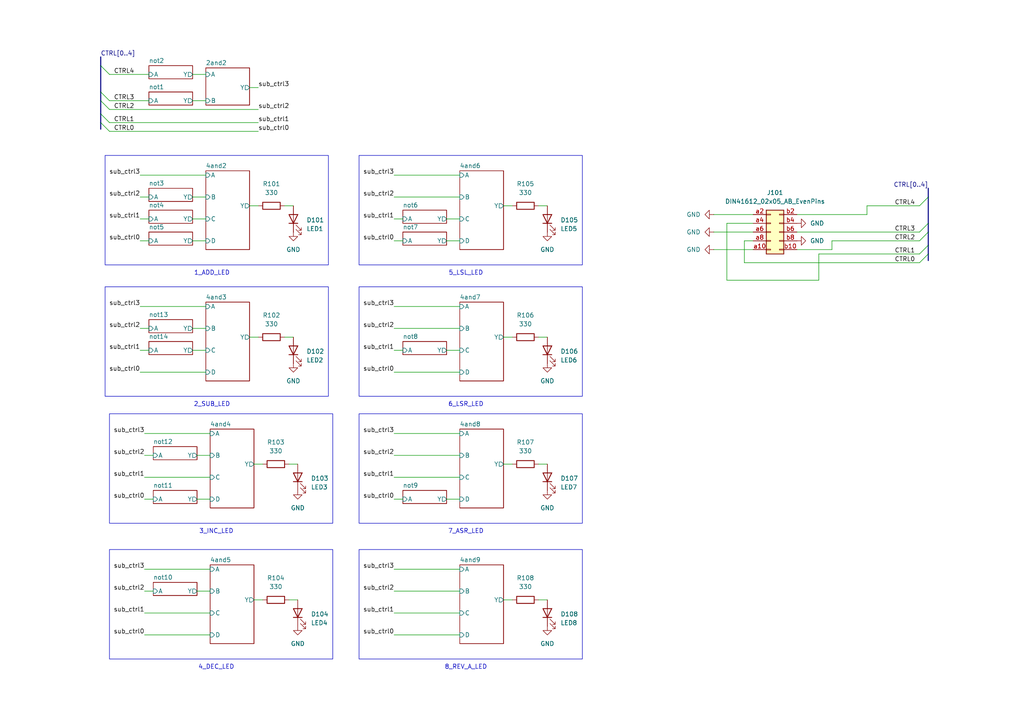
<source format=kicad_sch>
(kicad_sch (version 20250114) (generator "eeschema") (generator_version "9.0")
  (paper "A4")
  (lib_symbols
    (symbol "Connector:DIN41612_02x05_AB_EvenPins" (pin_names (offset 1.016) (hide yes))
      (property "Reference" "J" (at 1.27 7.62 0))
      (property "Value" "DIN41612_02x05_AB_EvenPins" (at 1.27 -7.62 0))
      (symbol "DIN41612_02x05_AB_EvenPins_1_1"
        (rectangle (start -1.27 6.35) (end 3.81 -6.35) (stroke (width 0.254)) (fill (type background)))
        (rectangle (start -1.27 5.207) (end 0 4.953) (stroke (width 0.1524)))
        (rectangle (start -1.27 2.667) (end 0 2.413) (stroke (width 0.1524)))
        (rectangle (start -1.27 0.127) (end 0 -0.127) (stroke (width 0.1524)))
        (rectangle (start -1.27 -2.413) (end 0 -2.667) (stroke (width 0.1524)))
        (rectangle (start -1.27 -4.953) (end 0 -5.207) (stroke (width 0.1524)))
        (rectangle (start 3.81 5.207) (end 2.54 4.953) (stroke (width 0.1524)))
        (rectangle (start 3.81 2.667) (end 2.54 2.413) (stroke (width 0.1524)))
        (rectangle (start 3.81 0.127) (end 2.54 -0.127) (stroke (width 0.1524)))
        (rectangle (start 3.81 -2.413) (end 2.54 -2.667) (stroke (width 0.1524)))
        (rectangle (start 3.81 -4.953) (end 2.54 -5.207) (stroke (width 0.1524)))
        (pin passive line (at -5.08 5.08 0) (length 3.81) (name "Pin_a2") (number "a2"))
        (pin passive line (at -5.08 2.54 0) (length 3.81) (name "Pin_a4") (number "a4"))
        (pin passive line (at -5.08 0 0) (length 3.81) (name "Pin_a6") (number "a6"))
        (pin passive line (at -5.08 -2.54 0) (length 3.81) (name "Pin_a8") (number "a8"))
        (pin passive line (at -5.08 -5.08 0) (length 3.81) (name "Pin_a10") (number "a10"))
        (pin passive line (at 7.62 5.08 180) (length 3.81) (name "Pin_b2") (number "b2"))
        (pin passive line (at 7.62 2.54 180) (length 3.81) (name "Pin_b4") (number "b4"))
        (pin passive line (at 7.62 0 180) (length 3.81) (name "Pin_b6") (number "b6"))
        (pin passive line (at 7.62 -2.54 180) (length 3.81) (name "Pin_b8") (number "b8"))
        (pin passive line (at 7.62 -5.08 180) (length 3.81) (name "Pin_b10") (number "b10"))
      )
    )
    (symbol "Device:LED" (pin_numbers (hide yes)) (pin_names (offset 1.016) (hide yes))
      (property "Reference" "D" (at 0 2.54 0))
      (property "Value" "LED" (at 0 -2.54 0))
      (symbol "LED_0_1"
        (polyline (pts (xy -3.048 -0.762) (xy -4.572 -2.286) (xy -3.81 -2.286) (xy -4.572 -2.286) (xy -4.572 -1.524)))
        (polyline (pts (xy -1.778 -0.762) (xy -3.302 -2.286) (xy -2.54 -2.286) (xy -3.302 -2.286) (xy -3.302 -1.524)))
        (polyline (pts (xy -1.27 0) (xy 1.27 0)))
        (polyline (pts (xy -1.27 -1.27) (xy -1.27 1.27)) (stroke (width 0.254)))
        (polyline (pts (xy 1.27 -1.27) (xy 1.27 1.27) (xy -1.27 0) (xy 1.27 -1.27)) (stroke (width 0.254)))
      )
      (symbol "LED_1_1"
        (pin passive line (at -3.81 0 0) (length 2.54) (name "K") (number "1"))
        (pin passive line (at 3.81 0 180) (length 2.54) (name "A") (number "2"))
      )
    )
    (symbol "Device:R" (pin_numbers (hide yes)) (pin_names (offset 0))
      (property "Reference" "R" (at 2.032 0 90))
      (property "Value" "R" (at 0 0 90))
      (symbol "R_0_1"
        (rectangle (start -1.016 -2.54) (end 1.016 2.54) (stroke (width 0.254)))
      )
      (symbol "R_1_1"
        (pin passive line (at 0 3.81 270) (length 1.27) (name "~") (number "1"))
        (pin passive line (at 0 -3.81 90) (length 1.27) (name "~") (number "2"))
      )
    )
    (symbol "power:GND" (power) (pin_numbers (hide yes)) (pin_names (offset 0) (hide yes))
      (property "Value" "GND" (at 0 -3.81 0))
      (symbol "GND_0_1"
        (polyline (pts (xy 0 0) (xy 0 -1.27) (xy 1.27 -1.27) (xy 0 -2.54) (xy -1.27 -1.27) (xy 0 -1.27)))
      )
      (symbol "GND_1_1"
        (pin power_in line (at 0 0 270) (length 0) (name "~") (number "1"))
      )
    )
  )
  (rectangle (start 104.14 159.385) (end 168.91 191.135))
  (rectangle (start 104.14 45.085) (end 168.91 76.835))
  (rectangle (start 104.14 120.015) (end 168.91 151.765))
  (rectangle (start 31.75 159.385) (end 96.52 191.135))
  (rectangle (start 30.48 83.185) (end 95.25 114.935))
  (rectangle (start 104.14 83.185) (end 168.91 114.935))
  (rectangle (start 31.75 120.015) (end 96.52 151.765))
  (rectangle (start 30.48 45.085) (end 95.25 76.835))
  (text "7_ASR_LED" (at 135.128 154.178 0) (effects (font (size 1.27 1.27))))
  (text "3_INC_LED" (at 62.738 154.178 0) (effects (font (size 1.27 1.27))))
  (text "2_SUB_LED" (at 61.468 117.348 0) (effects (font (size 1.27 1.27))))
  (text "6_LSR_LED" (at 135.128 117.348 0) (effects (font (size 1.27 1.27))))
  (text "4_DEC_LED\n" (at 62.738 193.548 0) (effects (font (size 1.27 1.27))))
  (text "1_ADD_LED" (at 61.468 79.248 0) (effects (font (size 1.27 1.27))))
  (text "8_REV_A_LED\n" (at 135.128 193.548 0) (effects (font (size 1.27 1.27))))
  (text "5_LSL_LED" (at 135.128 79.248 0) (effects (font (size 1.27 1.27))))
  (bus_entry (at 269.24 73.66) (size -2.54 2.54))
  (bus_entry (at 269.24 64.77) (size -2.54 2.54))
  (bus_entry (at 29.21 19.05) (size 2.54 2.54))
  (bus_entry (at 29.21 29.21) (size 2.54 2.54))
  (bus_entry (at 29.21 35.56) (size 2.54 2.54))
  (bus_entry (at 29.21 26.67) (size 2.54 2.54))
  (bus_entry (at 269.24 67.31) (size -2.54 2.54))
  (bus_entry (at 269.24 71.12) (size -2.54 2.54))
  (bus_entry (at 269.24 57.15) (size -2.54 2.54))
  (bus_entry (at 29.21 33.02) (size 2.54 2.54))
  (wire (pts (xy 207.01 72.39) (xy 218.44 72.39)))
  (wire (pts (xy 158.75 59.69) (xy 156.21 59.69)))
  (wire (pts (xy 241.3 72.39) (xy 231.14 72.39)))
  (wire (pts (xy 114.3 171.45) (xy 133.35 171.45)))
  (wire (pts (xy 146.05 173.99) (xy 148.59 173.99)))
  (wire (pts (xy 55.88 57.15) (xy 59.69 57.15)))
  (wire (pts (xy 55.88 29.21) (xy 59.69 29.21)))
  (wire (pts (xy 266.7 69.85) (xy 241.3 69.85)))
  (bus (pts (xy 269.24 54.61) (xy 269.24 57.15)))
  (wire (pts (xy 114.3 177.8) (xy 133.35 177.8)))
  (wire (pts (xy 158.75 173.99) (xy 156.21 173.99)))
  (wire (pts (xy 85.09 59.69) (xy 82.55 59.69)))
  (wire (pts (xy 251.46 59.69) (xy 266.7 59.69)))
  (wire (pts (xy 73.66 173.99) (xy 76.2 173.99)))
  (bus (pts (xy 29.21 19.05) (xy 29.21 26.67)))
  (wire (pts (xy 41.91 184.15) (xy 60.96 184.15)))
  (wire (pts (xy 31.75 35.56) (xy 74.93 35.56)))
  (wire (pts (xy 146.05 97.79) (xy 148.59 97.79)))
  (wire (pts (xy 114.3 88.9) (xy 133.35 88.9)))
  (wire (pts (xy 266.7 76.2) (xy 215.9 76.2)))
  (wire (pts (xy 55.88 101.6) (xy 59.69 101.6)))
  (wire (pts (xy 237.49 81.28) (xy 210.82 81.28)))
  (wire (pts (xy 114.3 144.78) (xy 116.84 144.78)))
  (wire (pts (xy 55.88 95.25) (xy 59.69 95.25)))
  (wire (pts (xy 129.54 63.5) (xy 133.35 63.5)))
  (wire (pts (xy 41.91 138.43) (xy 60.96 138.43)))
  (bus (pts (xy 29.21 33.02) (xy 29.21 35.56)))
  (wire (pts (xy 40.64 50.8) (xy 59.69 50.8)))
  (wire (pts (xy 31.75 31.75) (xy 74.93 31.75)))
  (wire (pts (xy 114.3 125.73) (xy 133.35 125.73)))
  (wire (pts (xy 40.64 107.95) (xy 59.69 107.95)))
  (wire (pts (xy 237.49 73.66) (xy 237.49 81.28)))
  (wire (pts (xy 41.91 177.8) (xy 60.96 177.8)))
  (wire (pts (xy 40.64 63.5) (xy 43.18 63.5)))
  (wire (pts (xy 55.88 63.5) (xy 59.69 63.5)))
  (wire (pts (xy 114.3 57.15) (xy 133.35 57.15)))
  (wire (pts (xy 114.3 101.6) (xy 116.84 101.6)))
  (wire (pts (xy 57.15 171.45) (xy 60.96 171.45)))
  (wire (pts (xy 86.36 134.62) (xy 83.82 134.62)))
  (bus (pts (xy 269.24 71.12) (xy 269.24 73.66)))
  (bus (pts (xy 269.24 67.31) (xy 269.24 71.12)))
  (wire (pts (xy 114.3 69.85) (xy 116.84 69.85)))
  (wire (pts (xy 86.36 173.99) (xy 83.82 173.99)))
  (wire (pts (xy 73.66 134.62) (xy 76.2 134.62)))
  (wire (pts (xy 114.3 107.95) (xy 133.35 107.95)))
  (bus (pts (xy 29.21 16.51) (xy 29.21 19.05)))
  (wire (pts (xy 158.75 134.62) (xy 156.21 134.62)))
  (wire (pts (xy 231.14 67.31) (xy 266.7 67.31)))
  (wire (pts (xy 266.7 73.66) (xy 237.49 73.66)))
  (wire (pts (xy 40.64 69.85) (xy 43.18 69.85)))
  (wire (pts (xy 55.88 69.85) (xy 59.69 69.85)))
  (wire (pts (xy 114.3 50.8) (xy 133.35 50.8)))
  (wire (pts (xy 85.09 97.79) (xy 82.55 97.79)))
  (wire (pts (xy 41.91 132.08) (xy 44.45 132.08)))
  (wire (pts (xy 207.01 67.31) (xy 218.44 67.31)))
  (wire (pts (xy 114.3 138.43) (xy 133.35 138.43)))
  (wire (pts (xy 31.75 38.1) (xy 74.93 38.1)))
  (wire (pts (xy 146.05 134.62) (xy 148.59 134.62)))
  (wire (pts (xy 114.3 132.08) (xy 133.35 132.08)))
  (wire (pts (xy 41.91 125.73) (xy 60.96 125.73)))
  (wire (pts (xy 41.91 165.1) (xy 60.96 165.1)))
  (wire (pts (xy 210.82 81.28) (xy 210.82 64.77)))
  (wire (pts (xy 241.3 69.85) (xy 241.3 72.39)))
  (bus (pts (xy 269.24 64.77) (xy 269.24 67.31)))
  (bus (pts (xy 269.24 57.15) (xy 269.24 64.77)))
  (wire (pts (xy 41.91 171.45) (xy 44.45 171.45)))
  (wire (pts (xy 40.64 57.15) (xy 43.18 57.15)))
  (wire (pts (xy 57.15 132.08) (xy 60.96 132.08)))
  (wire (pts (xy 114.3 184.15) (xy 133.35 184.15)))
  (bus (pts (xy 29.21 29.21) (xy 29.21 33.02)))
  (wire (pts (xy 129.54 144.78) (xy 133.35 144.78)))
  (wire (pts (xy 40.64 101.6) (xy 43.18 101.6)))
  (wire (pts (xy 72.39 59.69) (xy 74.93 59.69)))
  (wire (pts (xy 55.88 21.59) (xy 59.69 21.59)))
  (wire (pts (xy 158.75 97.79) (xy 156.21 97.79)))
  (wire (pts (xy 207.01 62.23) (xy 218.44 62.23)))
  (wire (pts (xy 210.82 64.77) (xy 218.44 64.77)))
  (wire (pts (xy 41.91 144.78) (xy 44.45 144.78)))
  (wire (pts (xy 129.54 101.6) (xy 133.35 101.6)))
  (wire (pts (xy 40.64 95.25) (xy 43.18 95.25)))
  (wire (pts (xy 231.14 62.23) (xy 251.46 62.23)))
  (wire (pts (xy 114.3 95.25) (xy 133.35 95.25)))
  (wire (pts (xy 57.15 144.78) (xy 60.96 144.78)))
  (wire (pts (xy 114.3 63.5) (xy 116.84 63.5)))
  (wire (pts (xy 31.75 29.21) (xy 43.18 29.21)))
  (bus (pts (xy 29.21 26.67) (xy 29.21 29.21)))
  (wire (pts (xy 40.64 88.9) (xy 59.69 88.9)))
  (wire (pts (xy 215.9 76.2) (xy 215.9 69.85)))
  (wire (pts (xy 31.75 21.59) (xy 43.18 21.59)))
  (wire (pts (xy 72.39 97.79) (xy 74.93 97.79)))
  (wire (pts (xy 215.9 69.85) (xy 218.44 69.85)))
  (wire (pts (xy 146.05 59.69) (xy 148.59 59.69)))
  (wire (pts (xy 74.93 25.4) (xy 72.39 25.4)))
  (wire (pts (xy 114.3 165.1) (xy 133.35 165.1)))
  (bus (pts (xy 269.24 73.66) (xy 269.24 75.565)))
  (bus (pts (xy 29.21 35.56) (xy 29.21 37.465)))
  (wire (pts (xy 129.54 69.85) (xy 133.35 69.85)))
  (wire (pts (xy 251.46 62.23) (xy 251.46 59.69)))
  (label "sub_ctrl2" (at 41.91 132.08 180))
  (label "CTRL[0..4]" (at 269.24 54.61 180))
  (label "CTRL4" (at 265.43 59.69 180))
  (label "sub_ctrl1" (at 114.3 138.43 180))
  (label "sub_ctrl0" (at 41.91 144.78 180))
  (label "CTRL2" (at 33.02 31.75 0))
  (label "CTRL1" (at 265.43 73.66 180))
  (label "sub_ctrl1" (at 41.91 138.43 180))
  (label "sub_ctrl3" (at 41.91 165.1 180))
  (label "sub_ctrl2" (at 74.93 31.75 0))
  (label "sub_ctrl1" (at 114.3 63.5 180))
  (label "sub_ctrl0" (at 114.3 144.78 180))
  (label "CTRL3" (at 265.43 67.31 180))
  (label "CTRL2" (at 265.43 69.85 180))
  (label "sub_ctrl2" (at 40.64 95.25 180))
  (label "sub_ctrl0" (at 114.3 69.85 180))
  (label "CTRL[0..4]" (at 29.21 16.51 0))
  (label "sub_ctrl0" (at 41.91 184.15 180))
  (label "CTRL3" (at 33.02 29.21 0))
  (label "sub_ctrl1" (at 114.3 101.6 180))
  (label "sub_ctrl2" (at 114.3 57.15 180))
  (label "sub_ctrl1" (at 40.64 63.5 180))
  (label "sub_ctrl3" (at 40.64 88.9 180))
  (label "CTRL0" (at 265.43 76.2 180))
  (label "sub_ctrl2" (at 114.3 132.08 180))
  (label "sub_ctrl2" (at 41.91 171.45 180))
  (label "sub_ctrl2" (at 114.3 95.25 180))
  (label "CTRL4" (at 33.02 21.59 0))
  (label "sub_ctrl1" (at 40.64 101.6 180))
  (label "sub_ctrl0" (at 40.64 69.85 180))
  (label "sub_ctrl3" (at 114.3 88.9 180))
  (label "CTRL0" (at 33.02 38.1 0))
  (label "sub_ctrl0" (at 114.3 184.15 180))
  (label "sub_ctrl3" (at 40.64 50.8 180))
  (label "sub_ctrl3" (at 41.91 125.73 180))
  (label "sub_ctrl0" (at 74.93 38.1 0))
  (label "sub_ctrl3" (at 114.3 50.8 180))
  (label "CTRL1" (at 33.02 35.56 0))
  (label "sub_ctrl1" (at 114.3 177.8 180))
  (label "sub_ctrl1" (at 74.93 35.56 0))
  (label "sub_ctrl0" (at 114.3 107.95 180))
  (label "sub_ctrl1" (at 41.91 177.8 180))
  (label "sub_ctrl3" (at 114.3 165.1 180))
  (label "sub_ctrl3" (at 74.93 25.4 0))
  (label "sub_ctrl0" (at 40.64 107.95 180))
  (label "sub_ctrl2" (at 114.3 171.45 180))
  (label "sub_ctrl3" (at 114.3 125.73 180))
  (label "sub_ctrl2" (at 40.64 57.15 180))
  (symbol (lib_id "power:GND") (at 86.36 142.24 0) (unit 1)
    (property "Reference" "#PWR0103" (effects (hide yes)))
    (property "Value" "GND" (at 86.36 147.32 0))
    (property "Description" "Power symbol creates a global label with name \"GND\" , ground" (effects (hide yes)))
  )
  (symbol (lib_id "Device:LED") (at 158.75 101.6 90) (unit 1)
    (property "Reference" "D106" (at 162.56 101.9174 90) (effects (justify right)))
    (property "Value" "LED6" (at 162.56 104.4574 90) (effects (justify right)))
    (property "Footprint" "LED_THT:LED_D3.0mm" (effects (hide yes)))
    (property "Description" "Light emitting diode" (effects (hide yes)))
    (property "Sim.Pins" "1=K 2=A" (effects (hide yes)))
  )
  (symbol (lib_id "Device:R") (at 80.01 173.99 90) (unit 1)
    (property "Reference" "R104" (at 80.01 167.64 90))
    (property "Value" "330" (at 80.01 170.18 90))
    (property "Footprint" "Resistor_SMD:R_0805_2012Metric" (effects (hide yes)))
    (property "Description" "Resistor" (effects (hide yes)))
  )
  (symbol (lib_id "Connector:DIN41612_02x05_AB_EvenPins") (at 223.52 67.31 0) (unit 1)
    (property "Reference" "J101" (at 224.79 55.88 0))
    (property "Value" "DIN41612_02x05_AB_EvenPins" (at 224.79 58.42 0))
    (property "Footprint" "Connector_DIN:DIN41612_B3_2x5_Female_Vertical_THT" (effects (hide yes)))
    (property "Description" "DIN41612 connector, double row (AB) even pins only, 02x05, script generated (kicad-library-utils/schlib/autogen/connector/)" (effects (hide yes)))
  )
  (symbol (lib_id "Device:LED") (at 86.36 177.8 90) (unit 1)
    (property "Reference" "D104" (at 90.17 178.1174 90) (effects (justify right)))
    (property "Value" "LED4" (at 90.17 180.6574 90) (effects (justify right)))
    (property "Footprint" "LED_THT:LED_D3.0mm" (effects (hide yes)))
    (property "Description" "Light emitting diode" (effects (hide yes)))
    (property "Sim.Pins" "1=K 2=A" (effects (hide yes)))
  )
  (symbol (lib_id "power:GND") (at 85.09 67.31 0) (unit 1)
    (property "Reference" "#PWR0101" (effects (hide yes)))
    (property "Value" "GND" (at 85.09 72.39 0))
    (property "Description" "Power symbol creates a global label with name \"GND\" , ground" (effects (hide yes)))
  )
  (symbol (lib_id "power:GND") (at 158.75 67.31 0) (unit 1)
    (property "Reference" "#PWR0105" (effects (hide yes)))
    (property "Value" "GND" (at 158.75 72.39 0))
    (property "Description" "Power symbol creates a global label with name \"GND\" , ground" (effects (hide yes)))
  )
  (symbol (lib_id "Device:LED") (at 158.75 138.43 90) (unit 1)
    (property "Reference" "D107" (at 162.56 138.7474 90) (effects (justify right)))
    (property "Value" "LED7" (at 162.56 141.2874 90) (effects (justify right)))
    (property "Footprint" "LED_THT:LED_D3.0mm" (effects (hide yes)))
    (property "Description" "Light emitting diode" (effects (hide yes)))
    (property "Sim.Pins" "1=K 2=A" (effects (hide yes)))
  )
  (symbol (lib_id "Device:R") (at 152.4 97.79 90) (unit 1)
    (property "Reference" "R106" (at 152.4 91.44 90))
    (property "Value" "330" (at 152.4 93.98 90))
    (property "Footprint" "Resistor_SMD:R_0805_2012Metric" (effects (hide yes)))
    (property "Description" "Resistor" (effects (hide yes)))
  )
  (symbol (lib_id "Device:LED") (at 158.75 63.5 90) (unit 1)
    (property "Reference" "D105" (at 162.56 63.8174 90) (effects (justify right)))
    (property "Value" "LED5" (at 162.56 66.3574 90) (effects (justify right)))
    (property "Footprint" "LED_THT:LED_D3.0mm" (effects (hide yes)))
    (property "Description" "Light emitting diode" (effects (hide yes)))
    (property "Sim.Pins" "1=K 2=A" (effects (hide yes)))
  )
  (symbol (lib_id "Device:LED") (at 85.09 101.6 90) (unit 1)
    (property "Reference" "D102" (at 88.9 101.9174 90) (effects (justify right)))
    (property "Value" "LED2" (at 88.9 104.4574 90) (effects (justify right)))
    (property "Footprint" "LED_THT:LED_D3.0mm" (effects (hide yes)))
    (property "Description" "Light emitting diode" (effects (hide yes)))
    (property "Sim.Pins" "1=K 2=A" (effects (hide yes)))
  )
  (symbol (lib_id "Device:R") (at 80.01 134.62 90) (unit 1)
    (property "Reference" "R103" (at 80.01 128.27 90))
    (property "Value" "330" (at 80.01 130.81 90))
    (property "Footprint" "Resistor_SMD:R_0805_2012Metric" (effects (hide yes)))
    (property "Description" "Resistor" (effects (hide yes)))
  )
  (symbol (lib_id "power:GND") (at 86.36 181.61 0) (unit 1)
    (property "Reference" "#PWR0104" (effects (hide yes)))
    (property "Value" "GND" (at 86.36 186.69 0))
    (property "Description" "Power symbol creates a global label with name \"GND\" , ground" (effects (hide yes)))
  )
  (symbol (lib_id "Device:LED") (at 158.75 177.8 90) (unit 1)
    (property "Reference" "D108" (at 162.56 178.1174 90) (effects (justify right)))
    (property "Value" "LED8" (at 162.56 180.6574 90) (effects (justify right)))
    (property "Footprint" "LED_THT:LED_D3.0mm" (effects (hide yes)))
    (property "Description" "Light emitting diode" (effects (hide yes)))
    (property "Sim.Pins" "1=K 2=A" (effects (hide yes)))
  )
  (symbol (lib_id "Device:LED") (at 85.09 63.5 90) (unit 1)
    (property "Reference" "D101" (at 88.9 63.8174 90) (effects (justify right)))
    (property "Value" "LED1" (at 88.9 66.3574 90) (effects (justify right)))
    (property "Footprint" "LED_THT:LED_D3.0mm" (effects (hide yes)))
    (property "Description" "Light emitting diode" (effects (hide yes)))
    (property "Sim.Pins" "1=K 2=A" (effects (hide yes)))
  )
  (symbol (lib_id "power:GND") (at 158.75 142.24 0) (unit 1)
    (property "Reference" "#PWR0107" (effects (hide yes)))
    (property "Value" "GND" (at 158.75 147.32 0))
    (property "Description" "Power symbol creates a global label with name \"GND\" , ground" (effects (hide yes)))
  )
  (symbol (lib_id "power:GND") (at 85.09 105.41 0) (unit 1)
    (property "Reference" "#PWR0102" (effects (hide yes)))
    (property "Value" "GND" (at 85.09 110.49 0))
    (property "Description" "Power symbol creates a global label with name \"GND\" , ground" (effects (hide yes)))
  )
  (symbol (lib_id "power:GND") (at 207.01 62.23 270) (unit 1)
    (property "Reference" "#PWR0109" (effects (hide yes)))
    (property "Value" "GND" (at 203.2 62.2299 90) (effects (justify right)))
    (property "Description" "Power symbol creates a global label with name \"GND\" , ground" (effects (hide yes)))
  )
  (symbol (lib_id "Device:LED") (at 86.36 138.43 90) (unit 1)
    (property "Reference" "D103" (at 90.17 138.7474 90) (effects (justify right)))
    (property "Value" "LED3" (at 90.17 141.2874 90) (effects (justify right)))
    (property "Footprint" "LED_THT:LED_D3.0mm" (effects (hide yes)))
    (property "Description" "Light emitting diode" (effects (hide yes)))
    (property "Sim.Pins" "1=K 2=A" (effects (hide yes)))
  )
  (symbol (lib_id "Device:R") (at 152.4 134.62 90) (unit 1)
    (property "Reference" "R107" (at 152.4 128.27 90))
    (property "Value" "330" (at 152.4 130.81 90))
    (property "Footprint" "Resistor_SMD:R_0805_2012Metric" (effects (hide yes)))
    (property "Description" "Resistor" (effects (hide yes)))
  )
  (symbol (lib_id "Device:R") (at 78.74 59.69 90) (unit 1)
    (property "Reference" "R101" (at 78.74 53.34 90))
    (property "Value" "330" (at 78.74 55.88 90))
    (property "Footprint" "Resistor_SMD:R_0805_2012Metric" (effects (hide yes)))
    (property "Description" "Resistor" (effects (hide yes)))
  )
  (symbol (lib_id "Device:R") (at 152.4 59.69 90) (unit 1)
    (property "Reference" "R105" (at 152.4 53.34 90))
    (property "Value" "330" (at 152.4 55.88 90))
    (property "Footprint" "Resistor_SMD:R_0805_2012Metric" (effects (hide yes)))
    (property "Description" "Resistor" (effects (hide yes)))
  )
  (symbol (lib_id "Device:R") (at 78.74 97.79 90) (unit 1)
    (property "Reference" "R102" (at 78.74 91.44 90))
    (property "Value" "330" (at 78.74 93.98 90))
    (property "Footprint" "Resistor_SMD:R_0805_2012Metric" (effects (hide yes)))
    (property "Description" "Resistor" (effects (hide yes)))
  )
  (symbol (lib_id "power:GND") (at 207.01 67.31 270) (unit 1)
    (property "Reference" "#PWR0110" (effects (hide yes)))
    (property "Value" "GND" (at 203.2 67.3099 90) (effects (justify right)))
    (property "Description" "Power symbol creates a global label with name \"GND\" , ground" (effects (hide yes)))
  )
  (symbol (lib_id "power:GND") (at 158.75 181.61 0) (unit 1)
    (property "Reference" "#PWR0108" (effects (hide yes)))
    (property "Value" "GND" (at 158.75 186.69 0))
    (property "Description" "Power symbol creates a global label with name \"GND\" , ground" (effects (hide yes)))
  )
  (symbol (lib_id "power:GND") (at 231.14 64.77 90) (unit 1)
    (property "Reference" "#PWR0112" (effects (hide yes)))
    (property "Value" "GND" (at 234.95 64.7699 90) (effects (justify right)))
    (property "Description" "Power symbol creates a global label with name \"GND\" , ground" (effects (hide yes)))
  )
  (symbol (lib_id "power:GND") (at 231.14 69.85 90) (unit 1)
    (property "Reference" "#PWR0113" (effects (hide yes)))
    (property "Value" "GND" (at 234.95 69.8499 90) (effects (justify right)))
    (property "Description" "Power symbol creates a global label with name \"GND\" , ground" (effects (hide yes)))
  )
  (symbol (lib_id "power:GND") (at 158.75 105.41 0) (unit 1)
    (property "Reference" "#PWR0106" (effects (hide yes)))
    (property "Value" "GND" (at 158.75 110.49 0))
    (property "Description" "Power symbol creates a global label with name \"GND\" , ground" (effects (hide yes)))
  )
  (symbol (lib_id "Device:R") (at 152.4 173.99 90) (unit 1)
    (property "Reference" "R108" (at 152.4 167.64 90))
    (property "Value" "330" (at 152.4 170.18 90))
    (property "Footprint" "Resistor_SMD:R_0805_2012Metric" (effects (hide yes)))
    (property "Description" "Resistor" (effects (hide yes)))
  )
  (symbol (lib_id "power:GND") (at 207.01 72.39 270) (unit 1)
    (property "Reference" "#PWR0111" (effects (hide yes)))
    (property "Value" "GND" (at 203.2 72.3899 90) (effects (justify right)))
    (property "Description" "Power symbol creates a global label with name \"GND\" , ground" (effects (hide yes)))
  )
  (sheet (at 116.84 67.31) (size 12.7 3.81) (stroke (width 0.1524))
    (property "Sheetname" "not7" (at 116.84 66.5984 0) (effects (justify left bottom)))
    (property "Sheetfile" "../../../modules/gates/gate_inv/gate_inv_1bit/gate_inv_1bit.kicad_sch" (effects (hide yes)))
    (pin "Y" output (at 129.54 69.85 0))
    (pin "A" input (at 116.84 69.85 180))
  )
  (sheet (at 60.96 124.46) (size 12.7 22.86) (stroke (width 0.1524))
    (property "Sheetname" "4and4" (at 60.96 123.7484 0) (effects (justify left bottom)))
    (property "Sheetfile" "../../../modules/gates/gate_and/gate_and_4in/gate_and_4in.kicad_sch" (effects (hide yes)))
    (pin "C" input (at 60.96 138.43 180))
    (pin "Y" output (at 73.66 134.62 0))
    (pin "B" input (at 60.96 132.08 180))
    (pin "D" input (at 60.96 144.78 180))
    (pin "A" input (at 60.96 125.73 180))
  )
  (sheet (at 44.45 142.24) (size 12.7 3.81) (stroke (width 0.1524))
    (property "Sheetname" "not11" (at 44.45 141.5284 0) (effects (justify left bottom)))
    (property "Sheetfile" "../../../modules/gates/gate_inv/gate_inv_1bit/gate_inv_1bit.kicad_sch" (effects (hide yes)))
    (pin "Y" output (at 57.15 144.78 0))
    (pin "A" input (at 44.45 144.78 180))
  )
  (sheet (at 133.35 163.83) (size 12.7 22.86) (stroke (width 0.1524))
    (property "Sheetname" "4and9" (at 133.35 163.1184 0) (effects (justify left bottom)))
    (property "Sheetfile" "../../../modules/gates/gate_and/gate_and_4in/gate_and_4in.kicad_sch" (effects (hide yes)))
    (pin "C" input (at 133.35 177.8 180))
    (pin "Y" output (at 146.05 173.99 0))
    (pin "B" input (at 133.35 171.45 180))
    (pin "D" input (at 133.35 184.15 180))
    (pin "A" input (at 133.35 165.1 180))
  )
  (sheet (at 59.69 19.685) (size 12.7 10.795) (stroke (width 0.1524))
    (property "Sheetname" "2and2" (at 59.69 18.9734 0) (effects (justify left bottom)))
    (property "Sheetfile" "../../../modules/gates/gate_and/gate_and_2in/gate_and_2in.kicad_sch" (effects (hide yes)))
    (pin "B" input (at 59.69 29.21 180))
    (pin "A" input (at 59.69 21.59 180))
    (pin "Y" output (at 72.39 25.4 0))
  )
  (sheet (at 43.18 67.31) (size 12.7 3.81) (stroke (width 0.1524))
    (property "Sheetname" "not5" (at 43.18 66.5984 0) (effects (justify left bottom)))
    (property "Sheetfile" "../../../modules/gates/gate_inv/gate_inv_1bit/gate_inv_1bit.kicad_sch" (effects (hide yes)))
    (pin "Y" output (at 55.88 69.85 0))
    (pin "A" input (at 43.18 69.85 180))
  )
  (sheet (at 43.18 92.71) (size 12.7 3.81) (stroke (width 0.1524))
    (property "Sheetname" "not13" (at 43.18 91.9984 0) (effects (justify left bottom)))
    (property "Sheetfile" "../../../modules/gates/gate_inv/gate_inv_1bit/gate_inv_1bit.kicad_sch" (effects (hide yes)))
    (pin "Y" output (at 55.88 95.25 0))
    (pin "A" input (at 43.18 95.25 180))
  )
  (sheet (at 59.69 87.63) (size 12.7 22.86) (stroke (width 0.1524))
    (property "Sheetname" "4and3" (at 59.69 86.9184 0) (effects (justify left bottom)))
    (property "Sheetfile" "../../../modules/gates/gate_and/gate_and_4in/gate_and_4in.kicad_sch" (effects (hide yes)))
    (pin "C" input (at 59.69 101.6 180))
    (pin "Y" output (at 72.39 97.79 0))
    (pin "B" input (at 59.69 95.25 180))
    (pin "D" input (at 59.69 107.95 180))
    (pin "A" input (at 59.69 88.9 180))
  )
  (sheet (at 44.45 168.91) (size 12.7 3.81) (stroke (width 0.1524))
    (property "Sheetname" "not10" (at 44.45 168.1984 0) (effects (justify left bottom)))
    (property "Sheetfile" "../../../modules/gates/gate_inv/gate_inv_1bit/gate_inv_1bit.kicad_sch" (effects (hide yes)))
    (pin "Y" output (at 57.15 171.45 0))
    (pin "A" input (at 44.45 171.45 180))
  )
  (sheet (at 133.35 124.46) (size 12.7 22.86) (stroke (width 0.1524))
    (property "Sheetname" "4and8" (at 133.35 123.7484 0) (effects (justify left bottom)))
    (property "Sheetfile" "../../../modules/gates/gate_and/gate_and_4in/gate_and_4in.kicad_sch" (effects (hide yes)))
    (pin "C" input (at 133.35 138.43 180))
    (pin "Y" output (at 146.05 134.62 0))
    (pin "B" input (at 133.35 132.08 180))
    (pin "D" input (at 133.35 144.78 180))
    (pin "A" input (at 133.35 125.73 180))
  )
  (sheet (at 116.84 99.06) (size 12.7 3.81) (stroke (width 0.1524))
    (property "Sheetname" "not8" (at 116.84 98.3484 0) (effects (justify left bottom)))
    (property "Sheetfile" "../../../modules/gates/gate_inv/gate_inv_1bit/gate_inv_1bit.kicad_sch" (effects (hide yes)))
    (pin "Y" output (at 129.54 101.6 0))
    (pin "A" input (at 116.84 101.6 180))
  )
  (sheet (at 43.18 60.96) (size 12.7 3.81) (stroke (width 0.1524))
    (property "Sheetname" "not4" (at 43.18 60.2484 0) (effects (justify left bottom)))
    (property "Sheetfile" "../../../modules/gates/gate_inv/gate_inv_1bit/gate_inv_1bit.kicad_sch" (effects (hide yes)))
    (pin "Y" output (at 55.88 63.5 0))
    (pin "A" input (at 43.18 63.5 180))
  )
  (sheet (at 43.18 54.61) (size 12.7 3.81) (stroke (width 0.1524))
    (property "Sheetname" "not3" (at 43.18 53.8984 0) (effects (justify left bottom)))
    (property "Sheetfile" "../../../modules/gates/gate_inv/gate_inv_1bit/gate_inv_1bit.kicad_sch" (effects (hide yes)))
    (pin "Y" output (at 55.88 57.15 0))
    (pin "A" input (at 43.18 57.15 180))
  )
  (sheet (at 43.18 26.67) (size 12.7 3.81) (stroke (width 0.1524))
    (property "Sheetname" "not1" (at 43.18 25.9584 0) (effects (justify left bottom)))
    (property "Sheetfile" "../../../modules/gates/gate_inv/gate_inv_1bit/gate_inv_1bit.kicad_sch" (effects (hide yes)))
    (pin "Y" output (at 55.88 29.21 0))
    (pin "A" input (at 43.18 29.21 180))
  )
  (sheet (at 43.18 19.05) (size 12.7 3.81) (stroke (width 0.1524))
    (property "Sheetname" "not2" (at 43.18 18.3384 0) (effects (justify left bottom)))
    (property "Sheetfile" "../../../modules/gates/gate_inv/gate_inv_1bit/gate_inv_1bit.kicad_sch" (effects (hide yes)))
    (pin "Y" output (at 55.88 21.59 0))
    (pin "A" input (at 43.18 21.59 180))
  )
  (sheet (at 116.84 60.96) (size 12.7 3.81) (stroke (width 0.1524))
    (property "Sheetname" "not6" (at 116.84 60.2484 0) (effects (justify left bottom)))
    (property "Sheetfile" "../../../modules/gates/gate_inv/gate_inv_1bit/gate_inv_1bit.kicad_sch" (effects (hide yes)))
    (pin "Y" output (at 129.54 63.5 0))
    (pin "A" input (at 116.84 63.5 180))
  )
  (sheet (at 44.45 129.54) (size 12.7 3.81) (stroke (width 0.1524))
    (property "Sheetname" "not12" (at 44.45 128.8284 0) (effects (justify left bottom)))
    (property "Sheetfile" "../../../modules/gates/gate_inv/gate_inv_1bit/gate_inv_1bit.kicad_sch" (effects (hide yes)))
    (pin "Y" output (at 57.15 132.08 0))
    (pin "A" input (at 44.45 132.08 180))
  )
  (sheet (at 133.35 87.63) (size 12.7 22.86) (stroke (width 0.1524))
    (property "Sheetname" "4and7" (at 133.35 86.9184 0) (effects (justify left bottom)))
    (property "Sheetfile" "../../../modules/gates/gate_and/gate_and_4in/gate_and_4in.kicad_sch" (effects (hide yes)))
    (pin "C" input (at 133.35 101.6 180))
    (pin "Y" output (at 146.05 97.79 0))
    (pin "B" input (at 133.35 95.25 180))
    (pin "D" input (at 133.35 107.95 180))
    (pin "A" input (at 133.35 88.9 180))
  )
  (sheet (at 60.96 163.83) (size 12.7 22.86) (stroke (width 0.1524))
    (property "Sheetname" "4and5" (at 60.96 163.1184 0) (effects (justify left bottom)))
    (property "Sheetfile" "../../../modules/gates/gate_and/gate_and_4in/gate_and_4in.kicad_sch" (effects (hide yes)))
    (pin "C" input (at 60.96 177.8 180))
    (pin "Y" output (at 73.66 173.99 0))
    (pin "B" input (at 60.96 171.45 180))
    (pin "D" input (at 60.96 184.15 180))
    (pin "A" input (at 60.96 165.1 180))
  )
  (sheet (at 43.18 99.06) (size 12.7 3.81) (stroke (width 0.1524))
    (property "Sheetname" "not14" (at 43.18 98.3484 0) (effects (justify left bottom)))
    (property "Sheetfile" "../../../modules/gates/gate_inv/gate_inv_1bit/gate_inv_1bit.kicad_sch" (effects (hide yes)))
    (pin "Y" output (at 55.88 101.6 0))
    (pin "A" input (at 43.18 101.6 180))
  )
  (sheet (at 133.35 49.53) (size 12.7 22.86) (stroke (width 0.1524))
    (property "Sheetname" "4and6" (at 133.35 48.8184 0) (effects (justify left bottom)))
    (property "Sheetfile" "../../../modules/gates/gate_and/gate_and_4in/gate_and_4in.kicad_sch" (effects (hide yes)))
    (pin "C" input (at 133.35 63.5 180))
    (pin "Y" output (at 146.05 59.69 0))
    (pin "B" input (at 133.35 57.15 180))
    (pin "D" input (at 133.35 69.85 180))
    (pin "A" input (at 133.35 50.8 180))
  )
  (sheet (at 59.69 49.53) (size 12.7 22.86) (stroke (width 0.1524))
    (property "Sheetname" "4and2" (at 59.69 48.8184 0) (effects (justify left bottom)))
    (property "Sheetfile" "../../../modules/gates/gate_and/gate_and_4in/gate_and_4in.kicad_sch" (effects (hide yes)))
    (pin "C" input (at 59.69 63.5 180))
    (pin "Y" output (at 72.39 59.69 0))
    (pin "B" input (at 59.69 57.15 180))
    (pin "D" input (at 59.69 69.85 180))
    (pin "A" input (at 59.69 50.8 180))
  )
  (sheet (at 116.84 142.24) (size 12.7 3.81) (stroke (width 0.1524))
    (property "Sheetname" "not9" (at 116.84 141.5284 0) (effects (justify left bottom)))
    (property "Sheetfile" "../../../modules/gates/gate_inv/gate_inv_1bit/gate_inv_1bit.kicad_sch" (effects (hide yes)))
    (pin "Y" output (at 129.54 144.78 0))
    (pin "A" input (at 116.84 144.78 180))
  )
)
</source>
